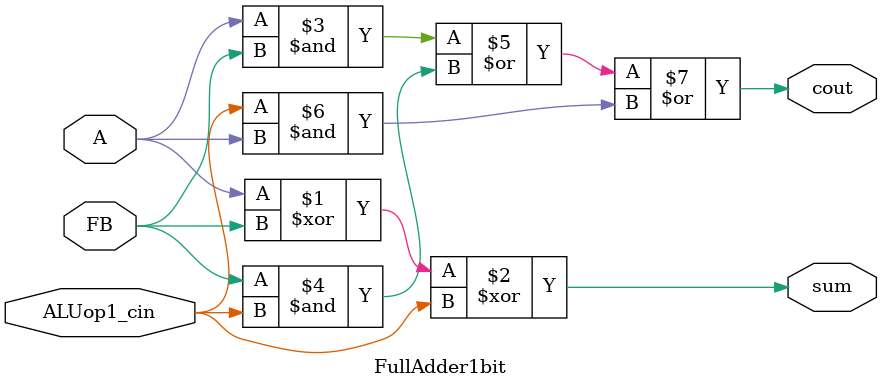
<source format=v>
`timescale 1ns / 1ps
module FullAdder1bit(
    input A,FB,ALUop1_cin,
    output sum,cout
    );
assign sum=A^FB^ALUop1_cin;
assign cout=A&FB|FB&ALUop1_cin|ALUop1_cin&A;

endmodule

</source>
